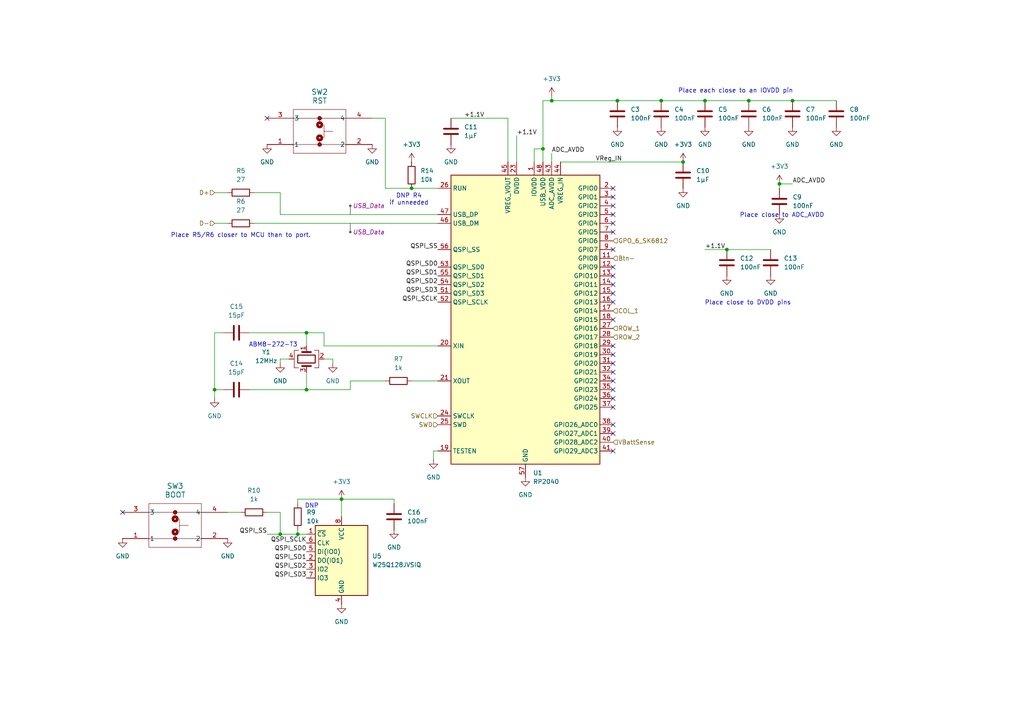
<source format=kicad_sch>
(kicad_sch (version 20231120) (generator "eeschema") (generator_version "8.0")
  (paper "A4")
  (lib_symbols
    (symbol "Device:C" (pin_numbers hide) (pin_names (offset 0.254))
      (property "Reference" "C" (at 0.635 2.54 0))
      (property "Value" "C" (at 0.635 -2.54 0))
      (symbol "C_0_1"
        (polyline (pts (xy -2.032 -0.762) (xy 2.032 -0.762)) (stroke (width 0.508)))
        (polyline (pts (xy -2.032 0.762) (xy 2.032 0.762)) (stroke (width 0.508)))
      )
      (symbol "C_1_1"
        (pin passive line (at 0 3.81 270) (length 2.794) (name "~") (number "1"))
        (pin passive line (at 0 -3.81 90) (length 2.794) (name "~") (number "2"))
      )
    )
    (symbol "Device:Crystal_GND24" (pin_names (offset 1.016) hide)
      (property "Reference" "Y" (at 3.175 5.08 0))
      (property "Value" "Crystal_GND24" (at 3.175 3.175 0))
      (symbol "Crystal_GND24_0_1"
        (rectangle (start -1.143 2.54) (end 1.143 -2.54) (stroke (width 0.3048)))
        (polyline (pts (xy -2.54 0) (xy -2.032 0)))
        (polyline (pts (xy -2.032 -1.27) (xy -2.032 1.27)) (stroke (width 0.508)))
        (polyline (pts (xy 0 -3.81) (xy 0 -3.556)))
        (polyline (pts (xy 0 3.556) (xy 0 3.81)))
        (polyline (pts (xy 2.032 -1.27) (xy 2.032 1.27)) (stroke (width 0.508)))
        (polyline (pts (xy 2.032 0) (xy 2.54 0)))
        (polyline (pts (xy -2.54 -2.286) (xy -2.54 -3.556) (xy 2.54 -3.556) (xy 2.54 -2.286)))
        (polyline (pts (xy -2.54 2.286) (xy -2.54 3.556) (xy 2.54 3.556) (xy 2.54 2.286)))
      )
      (symbol "Crystal_GND24_1_1"
        (pin passive line (at -3.81 0 0) (length 1.27) (name "1") (number "1"))
        (pin passive line (at 0 5.08 270) (length 1.27) (name "2") (number "2"))
        (pin passive line (at 3.81 0 180) (length 1.27) (name "3") (number "3"))
        (pin passive line (at 0 -5.08 90) (length 1.27) (name "4") (number "4"))
      )
    )
    (symbol "Device:R" (pin_numbers hide) (pin_names (offset 0))
      (property "Reference" "R" (at 2.032 0 90))
      (property "Value" "R" (at 0 0 90))
      (symbol "R_0_1"
        (rectangle (start -1.016 -2.54) (end 1.016 2.54) (stroke (width 0.254)))
      )
      (symbol "R_1_1"
        (pin passive line (at 0 3.81 270) (length 1.27) (name "~") (number "1"))
        (pin passive line (at 0 -3.81 90) (length 1.27) (name "~") (number "2"))
      )
    )
    (symbol "Extra:TL3342F160QG" (pin_names (offset 0.254))
      (property "Reference" "SW" (at 15.24 7.62 0))
      (property "Value" "TL3342F160QG" (at 20.32 5.08 0))
      (symbol "TL3342F160QG_0_1"
        (polyline (pts (xy 7.62 -10.16) (xy 22.86 -10.16)) (stroke (width 0.127)))
        (polyline (pts (xy 7.62 -7.62) (xy 22.86 -7.62)) (stroke (width 0.127)))
        (polyline (pts (xy 7.62 0) (xy 22.86 0)) (stroke (width 0.127)))
        (polyline (pts (xy 7.62 2.54) (xy 7.62 -10.16)) (stroke (width 0.127)))
        (polyline (pts (xy 15.24 -7.62) (xy 15.24 -5.715)) (stroke (width 0.127)))
        (polyline (pts (xy 15.24 0) (xy 15.24 -1.905)) (stroke (width 0.127)))
        (polyline (pts (xy 16.51 -3.81) (xy 19.05 -3.81)) (stroke (width 0.127)))
        (polyline (pts (xy 16.51 -1.905) (xy 16.51 -5.715)) (stroke (width 0.127)))
        (polyline (pts (xy 22.86 -10.16) (xy 22.86 2.54)) (stroke (width 0.127)))
        (polyline (pts (xy 22.86 2.54) (xy 7.62 2.54)) (stroke (width 0.127)))
        (circle (center 15.24 -7.62) (radius 0.127) (stroke (width 0.508)))
        (circle (center 15.24 -5.715) (radius 0.254) (stroke (width 0.762)))
        (circle (center 15.24 -1.905) (radius 0.254) (stroke (width 0.762)))
        (circle (center 15.24 0) (radius 0.127) (stroke (width 0.508)))
        (pin unspecified line (at 0 -7.62 0) (length 7.62) (name "1") (number "1"))
        (pin unspecified line (at 30.48 -7.62 180) (length 7.62) (name "2") (number "2"))
        (pin unspecified line (at 0 0 0) (length 7.62) (name "3") (number "3"))
        (pin unspecified line (at 30.48 0 180) (length 7.62) (name "4") (number "4"))
      )
    )
    (symbol "MCU_RaspberryPi:RP2040"
      (property "Reference" "U" (at 17.78 45.72 0))
      (property "Value" "RP2040" (at 17.78 43.18 0))
      (symbol "RP2040_0_1"
        (rectangle (start -21.59 41.91) (end 21.59 -41.91) (stroke (width 0.254)) (fill (type background)))
      )
      (symbol "RP2040_1_1"
        (pin power_in line (at 2.54 45.72 270) (length 3.81) (name "IOVDD") (number "1"))
        (pin passive line (at 2.54 45.72 270) (length 3.81) hide (name "IOVDD") (number "10"))
        (pin bidirectional line (at 25.4 17.78 180) (length 3.81) (name "GPIO8") (number "11"))
        (pin bidirectional line (at 25.4 15.24 180) (length 3.81) (name "GPIO9") (number "12"))
        (pin bidirectional line (at 25.4 12.7 180) (length 3.81) (name "GPIO10") (number "13"))
        (pin bidirectional line (at 25.4 10.16 180) (length 3.81) (name "GPIO11") (number "14"))
        (pin bidirectional line (at 25.4 7.62 180) (length 3.81) (name "GPIO12") (number "15"))
        (pin bidirectional line (at 25.4 5.08 180) (length 3.81) (name "GPIO13") (number "16"))
        (pin bidirectional line (at 25.4 2.54 180) (length 3.81) (name "GPIO14") (number "17"))
        (pin bidirectional line (at 25.4 0 180) (length 3.81) (name "GPIO15") (number "18"))
        (pin input line (at -25.4 -38.1 0) (length 3.81) (name "TESTEN") (number "19"))
        (pin bidirectional line (at 25.4 38.1 180) (length 3.81) (name "GPIO0") (number "2"))
        (pin input line (at -25.4 -7.62 0) (length 3.81) (name "XIN") (number "20"))
        (pin passive line (at -25.4 -17.78 0) (length 3.81) (name "XOUT") (number "21"))
        (pin passive line (at 2.54 45.72 270) (length 3.81) hide (name "IOVDD") (number "22"))
        (pin power_in line (at -2.54 45.72 270) (length 3.81) (name "DVDD") (number "23"))
        (pin input line (at -25.4 -27.94 0) (length 3.81) (name "SWCLK") (number "24"))
        (pin bidirectional line (at -25.4 -30.48 0) (length 3.81) (name "SWD") (number "25"))
        (pin input line (at -25.4 38.1 0) (length 3.81) (name "RUN") (number "26"))
        (pin bidirectional line (at 25.4 -2.54 180) (length 3.81) (name "GPIO16") (number "27"))
        (pin bidirectional line (at 25.4 -5.08 180) (length 3.81) (name "GPIO17") (number "28"))
        (pin bidirectional line (at 25.4 -7.62 180) (length 3.81) (name "GPIO18") (number "29"))
        (pin bidirectional line (at 25.4 35.56 180) (length 3.81) (name "GPIO1") (number "3"))
        (pin bidirectional line (at 25.4 -10.16 180) (length 3.81) (name "GPIO19") (number "30"))
        (pin bidirectional line (at 25.4 -12.7 180) (length 3.81) (name "GPIO20") (number "31"))
        (pin bidirectional line (at 25.4 -15.24 180) (length 3.81) (name "GPIO21") (number "32"))
        (pin passive line (at 2.54 45.72 270) (length 3.81) hide (name "IOVDD") (number "33"))
        (pin bidirectional line (at 25.4 -17.78 180) (length 3.81) (name "GPIO22") (number "34"))
        (pin bidirectional line (at 25.4 -20.32 180) (length 3.81) (name "GPIO23") (number "35"))
        (pin bidirectional line (at 25.4 -22.86 180) (length 3.81) (name "GPIO24") (number "36"))
        (pin bidirectional line (at 25.4 -25.4 180) (length 3.81) (name "GPIO25") (number "37"))
        (pin bidirectional line (at 25.4 -30.48 180) (length 3.81) (name "GPIO26_ADC0") (number "38"))
        (pin bidirectional line (at 25.4 -33.02 180) (length 3.81) (name "GPIO27_ADC1") (number "39"))
        (pin bidirectional line (at 25.4 33.02 180) (length 3.81) (name "GPIO2") (number "4"))
        (pin bidirectional line (at 25.4 -35.56 180) (length 3.81) (name "GPIO28_ADC2") (number "40"))
        (pin bidirectional line (at 25.4 -38.1 180) (length 3.81) (name "GPIO29_ADC3") (number "41"))
        (pin passive line (at 2.54 45.72 270) (length 3.81) hide (name "IOVDD") (number "42"))
        (pin power_in line (at 7.62 45.72 270) (length 3.81) (name "ADC_AVDD") (number "43"))
        (pin power_in line (at 10.16 45.72 270) (length 3.81) (name "VREG_IN") (number "44"))
        (pin power_out line (at -5.08 45.72 270) (length 3.81) (name "VREG_VOUT") (number "45"))
        (pin bidirectional line (at -25.4 27.94 0) (length 3.81) (name "USB_DM") (number "46"))
        (pin bidirectional line (at -25.4 30.48 0) (length 3.81) (name "USB_DP") (number "47"))
        (pin power_in line (at 5.08 45.72 270) (length 3.81) (name "USB_VDD") (number "48"))
        (pin passive line (at 2.54 45.72 270) (length 3.81) hide (name "IOVDD") (number "49"))
        (pin bidirectional line (at 25.4 30.48 180) (length 3.81) (name "GPIO3") (number "5"))
        (pin passive line (at -2.54 45.72 270) (length 3.81) hide (name "DVDD") (number "50"))
        (pin bidirectional line (at -25.4 7.62 0) (length 3.81) (name "QSPI_SD3") (number "51"))
        (pin output line (at -25.4 5.08 0) (length 3.81) (name "QSPI_SCLK") (number "52"))
        (pin bidirectional line (at -25.4 15.24 0) (length 3.81) (name "QSPI_SD0") (number "53"))
        (pin bidirectional line (at -25.4 10.16 0) (length 3.81) (name "QSPI_SD2") (number "54"))
        (pin bidirectional line (at -25.4 12.7 0) (length 3.81) (name "QSPI_SD1") (number "55"))
        (pin bidirectional line (at -25.4 20.32 0) (length 3.81) (name "QSPI_SS") (number "56"))
        (pin power_in line (at 0 -45.72 90) (length 3.81) (name "GND") (number "57"))
        (pin bidirectional line (at 25.4 27.94 180) (length 3.81) (name "GPIO4") (number "6"))
        (pin bidirectional line (at 25.4 25.4 180) (length 3.81) (name "GPIO5") (number "7"))
        (pin bidirectional line (at 25.4 22.86 180) (length 3.81) (name "GPIO6") (number "8"))
        (pin bidirectional line (at 25.4 20.32 180) (length 3.81) (name "GPIO7") (number "9"))
      )
    )
    (symbol "Memory_Flash:W25Q128JVS"
      (property "Reference" "U" (at -6.35 11.43 0))
      (property "Value" "W25Q128JVS" (at 7.62 11.43 0))
      (symbol "W25Q128JVS_0_1"
        (rectangle (start -7.62 10.16) (end 7.62 -10.16) (stroke (width 0.254)) (fill (type background)))
      )
      (symbol "W25Q128JVS_1_1"
        (pin input line (at -10.16 7.62 0) (length 2.54) (name "~{CS}") (number "1"))
        (pin bidirectional line (at -10.16 0 0) (length 2.54) (name "DO(IO1)") (number "2"))
        (pin bidirectional line (at -10.16 -2.54 0) (length 2.54) (name "IO2") (number "3"))
        (pin power_in line (at 0 -12.7 90) (length 2.54) (name "GND") (number "4"))
        (pin bidirectional line (at -10.16 2.54 0) (length 2.54) (name "DI(IO0)") (number "5"))
        (pin input line (at -10.16 5.08 0) (length 2.54) (name "CLK") (number "6"))
        (pin bidirectional line (at -10.16 -5.08 0) (length 2.54) (name "IO3") (number "7"))
        (pin power_in line (at 0 12.7 270) (length 2.54) (name "VCC") (number "8"))
      )
    )
    (symbol "power:+3V3" (power) (pin_numbers hide) (pin_names (offset 0) hide)
      (property "Value" "+3V3" (at 0 3.556 0))
      (symbol "+3V3_0_1"
        (polyline (pts (xy -0.762 1.27) (xy 0 2.54)))
        (polyline (pts (xy 0 0) (xy 0 2.54)))
        (polyline (pts (xy 0 2.54) (xy 0.762 1.27)))
      )
      (symbol "+3V3_1_1"
        (pin power_in line (at 0 0 90) (length 0) (name "~") (number "1"))
      )
    )
    (symbol "power:GND" (power) (pin_numbers hide) (pin_names (offset 0) hide)
      (property "Value" "GND" (at 0 -3.81 0))
      (symbol "GND_0_1"
        (polyline (pts (xy 0 0) (xy 0 -1.27) (xy 1.27 -1.27) (xy 0 -2.54) (xy -1.27 -1.27) (xy 0 -1.27)))
      )
      (symbol "GND_1_1"
        (pin power_in line (at 0 0 270) (length 0) (name "~") (number "1"))
      )
    )
  )
  (junction (at 210.82 72.39))
  (junction (at 229.87 29.21))
  (junction (at 81.28 154.94))
  (junction (at 86.36 154.94))
  (junction (at 160.02 29.21))
  (junction (at 62.23 113.03))
  (junction (at 99.06 144.78))
  (junction (at 198.12 46.99))
  (junction (at 226.06 53.34))
  (junction (at 191.77 29.21))
  (junction (at 88.9 96.52))
  (junction (at 157.48 43.18))
  (junction (at 179.07 29.21))
  (junction (at 217.17 29.21))
  (junction (at 88.9 113.03))
  (junction (at 119.38 54.61))
  (junction (at 204.47 29.21))
  (no_connect (at 177.8 92.71))
  (no_connect (at 177.8 115.57))
  (no_connect (at 177.8 102.87))
  (no_connect (at 177.8 100.33))
  (no_connect (at 177.8 82.55))
  (no_connect (at 177.8 80.01))
  (no_connect (at 177.8 72.39))
  (no_connect (at 177.8 57.15))
  (no_connect (at 177.8 87.63))
  (no_connect (at 35.56 148.59))
  (no_connect (at 77.47 34.29))
  (no_connect (at 177.8 77.47))
  (no_connect (at 177.8 125.73))
  (no_connect (at 177.8 113.03))
  (no_connect (at 177.8 85.09))
  (no_connect (at 177.8 130.81))
  (no_connect (at 177.8 118.11))
  (no_connect (at 177.8 59.69))
  (no_connect (at 177.8 105.41))
  (no_connect (at 177.8 123.19))
  (no_connect (at 177.8 64.77))
  (no_connect (at 177.8 67.31))
  (no_connect (at 177.8 110.49))
  (no_connect (at 177.8 62.23))
  (no_connect (at 177.8 107.95))
  (no_connect (at 177.8 54.61))
  (wire (pts (xy 111.76 54.61) (xy 119.38 54.61)))
  (wire (pts (xy 99.06 144.78) (xy 114.3 144.78)))
  (wire (pts (xy 96.52 105.41) (xy 96.52 104.14)))
  (wire (pts (xy 88.9 113.03) (xy 72.39 113.03)))
  (wire (pts (xy 157.48 29.21) (xy 160.02 29.21)))
  (wire (pts (xy 101.6 113.03) (xy 88.9 113.03)))
  (wire (pts (xy 226.06 53.34) (xy 226.06 54.61)))
  (wire (pts (xy 86.36 153.67) (xy 86.36 154.94)))
  (wire (pts (xy 101.6 110.49) (xy 101.6 113.03)))
  (wire (pts (xy 62.23 96.52) (xy 62.23 113.03)))
  (wire (pts (xy 125.73 130.81) (xy 125.73 133.35)))
  (wire (pts (xy 147.32 34.29) (xy 130.81 34.29)))
  (wire (pts (xy 147.32 46.99) (xy 147.32 34.29)))
  (wire (pts (xy 229.87 29.21) (xy 242.57 29.21)))
  (wire (pts (xy 64.77 96.52) (xy 62.23 96.52)))
  (wire (pts (xy 66.04 148.59) (xy 69.85 148.59)))
  (wire (pts (xy 73.66 64.77) (xy 127 64.77)))
  (wire (pts (xy 88.9 107.95) (xy 88.9 113.03)))
  (wire (pts (xy 157.48 29.21) (xy 157.48 43.18)))
  (wire (pts (xy 62.23 115.57) (xy 62.23 113.03)))
  (wire (pts (xy 81.28 55.88) (xy 73.66 55.88)))
  (wire (pts (xy 191.77 29.21) (xy 204.47 29.21)))
  (wire (pts (xy 81.28 104.14) (xy 81.28 105.41)))
  (wire (pts (xy 160.02 27.94) (xy 160.02 29.21)))
  (wire (pts (xy 62.23 113.03) (xy 64.77 113.03)))
  (wire (pts (xy 93.98 96.52) (xy 88.9 96.52)))
  (wire (pts (xy 204.47 29.21) (xy 217.17 29.21)))
  (wire (pts (xy 62.23 64.77) (xy 66.04 64.77)))
  (wire (pts (xy 162.56 46.99) (xy 198.12 46.99)))
  (wire (pts (xy 96.52 104.14) (xy 93.98 104.14)))
  (wire (pts (xy 99.06 144.78) (xy 99.06 149.86)))
  (wire (pts (xy 77.47 148.59) (xy 81.28 148.59)))
  (wire (pts (xy 72.39 96.52) (xy 88.9 96.52)))
  (wire (pts (xy 111.76 34.29) (xy 107.95 34.29)))
  (wire (pts (xy 154.94 43.18) (xy 154.94 46.99)))
  (wire (pts (xy 229.87 53.34) (xy 226.06 53.34)))
  (wire (pts (xy 127 130.81) (xy 125.73 130.81)))
  (wire (pts (xy 157.48 43.18) (xy 154.94 43.18)))
  (wire (pts (xy 157.48 43.18) (xy 157.48 46.99)))
  (wire (pts (xy 119.38 110.49) (xy 127 110.49)))
  (wire (pts (xy 119.38 54.61) (xy 127 54.61)))
  (wire (pts (xy 86.36 144.78) (xy 99.06 144.78)))
  (wire (pts (xy 210.82 72.39) (xy 223.52 72.39)))
  (wire (pts (xy 217.17 29.21) (xy 229.87 29.21)))
  (wire (pts (xy 149.86 39.37) (xy 149.86 46.99)))
  (wire (pts (xy 127 100.33) (xy 93.98 100.33)))
  (wire (pts (xy 81.28 62.23) (xy 127 62.23)))
  (wire (pts (xy 93.98 100.33) (xy 93.98 96.52)))
  (wire (pts (xy 81.28 154.94) (xy 86.36 154.94)))
  (wire (pts (xy 160.02 44.45) (xy 160.02 46.99)))
  (wire (pts (xy 114.3 144.78) (xy 114.3 146.05)))
  (wire (pts (xy 88.9 96.52) (xy 88.9 100.33)))
  (wire (pts (xy 81.28 148.59) (xy 81.28 154.94)))
  (wire (pts (xy 83.82 104.14) (xy 81.28 104.14)))
  (wire (pts (xy 101.6 110.49) (xy 111.76 110.49)))
  (wire (pts (xy 62.23 55.88) (xy 66.04 55.88)))
  (wire (pts (xy 86.36 154.94) (xy 88.9 154.94)))
  (wire (pts (xy 111.76 54.61) (xy 111.76 34.29)))
  (wire (pts (xy 160.02 29.21) (xy 179.07 29.21)))
  (wire (pts (xy 179.07 29.21) (xy 191.77 29.21)))
  (wire (pts (xy 77.47 154.94) (xy 81.28 154.94)))
  (wire (pts (xy 204.47 72.39) (xy 210.82 72.39)))
  (wire (pts (xy 81.28 62.23) (xy 81.28 55.88)))
  (wire (pts (xy 86.36 144.78) (xy 86.36 146.05)))
  (text "Place R5/R6 closer to MCU than to port." (at 69.85 68.326 0) (effects (font (size 1.27 1.27))))
  (text "Place close to ADC_AVDD" (at 226.822 62.484 0) (effects (font (size 1.27 1.27))))
  (text "DNP R4\nif unneeded" (at 118.618 57.912 0) (effects (font (size 1.27 1.27))))
  (text "ABM8-272-T3" (at 79.248 100.076 0) (effects (font (size 1.27 1.27))))
  (text "DNP" (at 90.424 146.812 0) (effects (font (size 1.27 1.27))))
  (text "Place each close to an IOVDD pin" (at 213.36 26.416 0) (effects (font (size 1.27 1.27))))
  (text "Place close to DVDD pins" (at 216.916 87.884 0) (effects (font (size 1.27 1.27))))
  (label "QSPI_SCLK" (at 127 87.63 180))
  (label "QSPI_SD3" (at 88.9 167.64 180))
  (label "QSPI_SCLK" (at 88.9 157.48 180))
  (label "QSPI_SD2" (at 127 82.55 180))
  (label "QSPI_SS" (at 127 72.39 180))
  (label "+1.1V" (at 204.47 72.39 0))
  (label "QSPI_SD2" (at 88.9 165.1 180))
  (label "ADC_AVDD" (at 229.87 53.34 0))
  (label "QSPI_SD1" (at 127 80.01 180))
  (label "QSPI_SS" (at 77.47 154.94 180))
  (label "QSPI_SD1" (at 88.9 162.56 180))
  (label "ADC_AVDD" (at 160.02 44.45 0))
  (label "VReg_IN" (at 172.72 46.99 0))
  (label "QSPI_SD0" (at 127 77.47 180))
  (label "+1.1V" (at 134.62 34.29 0))
  (label "QSPI_SD0" (at 88.9 160.02 180))
  (label "QSPI_SD3" (at 127 85.09 180))
  (label "+1.1V" (at 149.86 39.37 0))
  (hierarchical_label "VBattSense" (shape input) (at 177.8 128.27 0))
  (hierarchical_label "SWCLK" (shape input) (at 127 120.65 180))
  (hierarchical_label "ROW_1" (shape input) (at 177.8 95.25 0))
  (hierarchical_label "COL_1" (shape input) (at 177.8 90.17 0))
  (hierarchical_label "D-" (shape input) (at 62.23 64.77 180))
  (hierarchical_label "D+" (shape input) (at 62.23 55.88 180))
  (hierarchical_label "ROW_2" (shape input) (at 177.8 97.79 0))
  (hierarchical_label "SWD" (shape input) (at 127 123.19 180))
  (hierarchical_label "Btn-" (shape input) (at 177.8 74.93 0))
  (hierarchical_label "GPO_6_SK6812" (shape input) (at 177.8 69.85 0))
  (netclass_flag "" (length 2.54) (shape dot) (at 101.6 62.23 0) (property "Netclass" "USB_Data" (at 102.2985 59.69 0) (effects (font (italic yes)) (justify left))))
  (netclass_flag "" (length 2.54) (shape dot) (at 101.6 64.77 180) (property "Netclass" "USB_Data" (at 102.2985 67.31 0) (effects (font (italic yes)) (justify left))))
  (symbol (lib_id "Device:Crystal_GND24") (at 88.9 104.14 270) (unit 1)
    (property "Reference" "Y1" (at 77.216 102.108 90))
    (property "Value" "12MHz" (at 77.216 104.648 90))
    (property "Footprint" "Extra:ABM8272T3" (effects (hide yes)))
    (property "Description" "Four pin crystal, GND on pins 2 and 4" (effects (hide yes)))
  )
  (symbol (lib_id "Memory_Flash:W25Q128JVS") (at 99.06 162.56 0) (unit 1)
    (property "Reference" "U5" (at 107.95 161.2899 0) (effects (justify left)))
    (property "Value" "W25Q128JVSIQ" (at 107.95 163.8299 0) (effects (justify left)))
    (property "Footprint" "Package_SO:SOIC-8_5.23x5.23mm_P1.27mm" (effects (hide yes)))
    (property "Datasheet" "https://www.winbond.com/resource-files/w25q128jv_dtr%20revc%2003272018%20plus.pdf" (effects (hide yes)))
    (property "Description" "128Mb Serial Flash Memory, Standard/Dual/Quad SPI, SOIC-8" (effects (hide yes)))
  )
  (symbol (lib_id "power:GND") (at 210.82 80.01 0) (unit 1)
    (property "Reference" "#PWR038" (effects (hide yes)))
    (property "Value" "GND" (at 210.82 85.09 0))
    (property "Description" "Power symbol creates a global label with name \"GND\" , ground" (effects (hide yes)))
  )
  (symbol (lib_id "power:GND") (at 99.06 175.26 0) (unit 1)
    (property "Reference" "#PWR045" (effects (hide yes)))
    (property "Value" "GND" (at 99.06 180.34 0))
    (property "Description" "Power symbol creates a global label with name \"GND\" , ground" (effects (hide yes)))
  )
  (symbol (lib_id "power:GND") (at 81.28 105.41 0) (unit 1)
    (property "Reference" "#PWR041" (effects (hide yes)))
    (property "Value" "GND" (at 81.28 110.49 0))
    (property "Description" "Power symbol creates a global label with name \"GND\" , ground" (effects (hide yes)))
  )
  (symbol (lib_id "Device:C") (at 191.77 33.02 0) (unit 1)
    (property "Reference" "C4" (at 195.58 31.7499 0) (effects (justify left)))
    (property "Value" "100nF" (at 195.58 34.2899 0) (effects (justify left)))
    (property "Footprint" "Capacitor_SMD:C_0603_1608Metric_Pad1.08x0.95mm_HandSolder" (effects (hide yes)))
    (property "Description" "Unpolarized capacitor" (effects (hide yes)))
  )
  (symbol (lib_id "power:GND") (at 96.52 105.41 0) (unit 1)
    (property "Reference" "#PWR040" (effects (hide yes)))
    (property "Value" "GND" (at 96.52 110.49 0))
    (property "Description" "Power symbol creates a global label with name \"GND\" , ground" (effects (hide yes)))
  )
  (symbol (lib_id "power:+3V3") (at 198.12 46.99 0) (unit 1)
    (property "Reference" "#PWR035" (effects (hide yes)))
    (property "Value" "+3V3" (at 198.12 41.91 0))
    (property "Description" "Power symbol creates a global label with name \"+3V3\"" (effects (hide yes)))
  )
  (symbol (lib_id "Device:C") (at 226.06 58.42 0) (unit 1)
    (property "Reference" "C9" (at 229.87 57.1499 0) (effects (justify left)))
    (property "Value" "100nF" (at 229.87 59.6899 0) (effects (justify left)))
    (property "Footprint" "Capacitor_SMD:C_0603_1608Metric_Pad1.08x0.95mm_HandSolder" (effects (hide yes)))
    (property "Description" "Unpolarized capacitor" (effects (hide yes)))
  )
  (symbol (lib_id "Device:R") (at 119.38 50.8 0) (unit 1)
    (property "Reference" "R14" (at 121.92 49.5299 0) (effects (justify left)))
    (property "Value" "10k" (at 121.92 52.0699 0) (effects (justify left)))
    (property "Footprint" "Resistor_SMD:R_0805_2012Metric_Pad1.20x1.40mm_HandSolder" (effects (hide yes)))
    (property "Description" "Resistor" (effects (hide yes)))
  )
  (symbol (lib_id "MCU_RaspberryPi:RP2040") (at 152.4 92.71 0) (unit 1)
    (property "Reference" "U1" (at 154.5941 137.16 0) (effects (justify left)))
    (property "Value" "RP2040" (at 154.5941 139.7 0) (effects (justify left)))
    (property "Footprint" "Package_DFN_QFN:QFN-56-1EP_7x7mm_P0.4mm_EP3.2x3.2mm" (effects (hide yes)))
    (property "Datasheet" "https://datasheets.raspberrypi.com/rp2040/rp2040-datasheet.pdf" (effects (hide yes)))
    (property "Description" "A microcontroller by Raspberry Pi" (effects (hide yes)))
  )
  (symbol (lib_id "Device:R") (at 69.85 55.88 270) (unit 1)
    (property "Reference" "R5" (at 69.85 49.53 90))
    (property "Value" "27" (at 69.85 52.07 90))
    (property "Footprint" "Resistor_SMD:R_0603_1608Metric_Pad0.98x0.95mm_HandSolder" (effects (hide yes)))
    (property "Description" "Resistor" (effects (hide yes)))
  )
  (symbol (lib_id "power:GND") (at 62.23 115.57 0) (unit 1)
    (property "Reference" "#PWR042" (effects (hide yes)))
    (property "Value" "GND" (at 62.23 120.65 0))
    (property "Description" "Power symbol creates a global label with name \"GND\" , ground" (effects (hide yes)))
  )
  (symbol (lib_id "power:GND") (at 223.52 80.01 0) (unit 1)
    (property "Reference" "#PWR039" (effects (hide yes)))
    (property "Value" "GND" (at 223.52 85.09 0))
    (property "Description" "Power symbol creates a global label with name \"GND\" , ground" (effects (hide yes)))
  )
  (symbol (lib_id "power:+3V3") (at 160.02 27.94 0) (unit 1)
    (property "Reference" "#PWR020" (effects (hide yes)))
    (property "Value" "+3V3" (at 160.02 22.86 0))
    (property "Description" "Power symbol creates a global label with name \"+3V3\"" (effects (hide yes)))
  )
  (symbol (lib_id "power:GND") (at 77.47 41.91 0) (unit 1)
    (property "Reference" "#PWR018" (effects (hide yes)))
    (property "Value" "GND" (at 77.47 46.99 0))
    (property "Description" "Power symbol creates a global label with name \"GND\" , ground" (effects (hide yes)))
  )
  (symbol (lib_id "Device:C") (at 198.12 50.8 0) (unit 1)
    (property "Reference" "C10" (at 201.93 49.5299 0) (effects (justify left)))
    (property "Value" "1μF" (at 201.93 52.0699 0) (effects (justify left)))
    (property "Footprint" "Capacitor_SMD:C_0603_1608Metric_Pad1.08x0.95mm_HandSolder" (effects (hide yes)))
    (property "Description" "Unpolarized capacitor" (effects (hide yes)))
  )
  (symbol (lib_id "power:GND") (at 179.07 36.83 0) (unit 1)
    (property "Reference" "#PWR033" (effects (hide yes)))
    (property "Value" "GND" (at 179.07 41.91 0))
    (property "Description" "Power symbol creates a global label with name \"GND\" , ground" (effects (hide yes)))
  )
  (symbol (lib_id "Device:C") (at 210.82 76.2 0) (unit 1)
    (property "Reference" "C12" (at 214.63 74.9299 0) (effects (justify left)))
    (property "Value" "100nF" (at 214.63 77.4699 0) (effects (justify left)))
    (property "Footprint" "Capacitor_SMD:C_0603_1608Metric_Pad1.08x0.95mm_HandSolder" (effects (hide yes)))
    (property "Description" "Unpolarized capacitor" (effects (hide yes)))
  )
  (symbol (lib_id "power:GND") (at 226.06 62.23 0) (unit 1)
    (property "Reference" "#PWR027" (effects (hide yes)))
    (property "Value" "GND" (at 226.06 67.31 0))
    (property "Description" "Power symbol creates a global label with name \"GND\" , ground" (effects (hide yes)))
  )
  (symbol (lib_id "Extra:TL3342F160QG") (at 77.47 34.29 0) (unit 1)
    (property "Reference" "SW2" (at 92.71 26.67 0) (effects (font (size 1.524 1.524))))
    (property "Value" "RST" (at 92.71 29.21 0) (effects (font (size 1.524 1.524))))
    (property "Footprint" "Extra:TL3342_EWI" (effects (hide yes)))
    (property "Datasheet" "TL3342F160QG" (effects (hide yes)))
  )
  (symbol (lib_id "power:GND") (at 66.04 156.21 0) (unit 1)
    (property "Reference" "#PWR010" (effects (hide yes)))
    (property "Value" "GND" (at 66.04 161.29 0))
    (property "Description" "Power symbol creates a global label with name \"GND\" , ground" (effects (hide yes)))
  )
  (symbol (lib_id "Device:C") (at 229.87 33.02 0) (unit 1)
    (property "Reference" "C7" (at 233.68 31.7499 0) (effects (justify left)))
    (property "Value" "100nF" (at 233.68 34.2899 0) (effects (justify left)))
    (property "Footprint" "Capacitor_SMD:C_0603_1608Metric_Pad1.08x0.95mm_HandSolder" (effects (hide yes)))
    (property "Description" "Unpolarized capacitor" (effects (hide yes)))
  )
  (symbol (lib_id "Device:R") (at 69.85 64.77 270) (unit 1)
    (property "Reference" "R6" (at 69.85 58.42 90))
    (property "Value" "27" (at 69.85 60.96 90))
    (property "Footprint" "Resistor_SMD:R_0603_1608Metric_Pad0.98x0.95mm_HandSolder" (effects (hide yes)))
    (property "Description" "Resistor" (effects (hide yes)))
  )
  (symbol (lib_id "power:GND") (at 242.57 36.83 0) (unit 1)
    (property "Reference" "#PWR028" (effects (hide yes)))
    (property "Value" "GND" (at 242.57 41.91 0))
    (property "Description" "Power symbol creates a global label with name \"GND\" , ground" (effects (hide yes)))
  )
  (symbol (lib_id "power:GND") (at 204.47 36.83 0) (unit 1)
    (property "Reference" "#PWR031" (effects (hide yes)))
    (property "Value" "GND" (at 204.47 41.91 0))
    (property "Description" "Power symbol creates a global label with name \"GND\" , ground" (effects (hide yes)))
  )
  (symbol (lib_id "Device:C") (at 130.81 38.1 0) (unit 1)
    (property "Reference" "C11" (at 134.62 36.8299 0) (effects (justify left)))
    (property "Value" "1μF" (at 134.62 39.3699 0) (effects (justify left)))
    (property "Footprint" "Capacitor_SMD:C_0603_1608Metric_Pad1.08x0.95mm_HandSolder" (effects (hide yes)))
    (property "Description" "Unpolarized capacitor" (effects (hide yes)))
  )
  (symbol (lib_id "power:GND") (at 198.12 54.61 0) (unit 1)
    (property "Reference" "#PWR036" (effects (hide yes)))
    (property "Value" "GND" (at 198.12 59.69 0))
    (property "Description" "Power symbol creates a global label with name \"GND\" , ground" (effects (hide yes)))
  )
  (symbol (lib_id "power:+3V3") (at 226.06 53.34 0) (unit 1)
    (property "Reference" "#PWR034" (effects (hide yes)))
    (property "Value" "+3V3" (at 226.06 48.26 0))
    (property "Description" "Power symbol creates a global label with name \"+3V3\"" (effects (hide yes)))
  )
  (symbol (lib_id "Device:C") (at 68.58 96.52 90) (unit 1)
    (property "Reference" "C15" (at 68.58 88.9 90))
    (property "Value" "15pF" (at 68.58 91.44 90))
    (property "Footprint" "Capacitor_SMD:C_0603_1608Metric_Pad1.08x0.95mm_HandSolder" (effects (hide yes)))
    (property "Description" "Unpolarized capacitor" (effects (hide yes)))
  )
  (symbol (lib_id "Device:C") (at 114.3 149.86 0) (unit 1)
    (property "Reference" "C16" (at 118.11 148.5899 0) (effects (justify left)))
    (property "Value" "100nF" (at 118.11 151.1299 0) (effects (justify left)))
    (property "Footprint" "Capacitor_SMD:C_0805_2012Metric_Pad1.18x1.45mm_HandSolder" (effects (hide yes)))
    (property "Description" "Unpolarized capacitor" (effects (hide yes)))
  )
  (symbol (lib_id "power:GND") (at 229.87 36.83 0) (unit 1)
    (property "Reference" "#PWR029" (effects (hide yes)))
    (property "Value" "GND" (at 229.87 41.91 0))
    (property "Description" "Power symbol creates a global label with name \"GND\" , ground" (effects (hide yes)))
  )
  (symbol (lib_id "power:+3V3") (at 99.06 144.78 0) (unit 1)
    (property "Reference" "#PWR043" (effects (hide yes)))
    (property "Value" "+3V3" (at 99.06 139.7 0))
    (property "Description" "Power symbol creates a global label with name \"+3V3\"" (effects (hide yes)))
  )
  (symbol (lib_id "Device:R") (at 73.66 148.59 90) (unit 1)
    (property "Reference" "R10" (at 73.66 142.24 90))
    (property "Value" "1k" (at 73.66 144.78 90))
    (property "Footprint" "Resistor_SMD:R_0805_2012Metric_Pad1.20x1.40mm_HandSolder" (effects (hide yes)))
    (property "Description" "Resistor" (effects (hide yes)))
  )
  (symbol (lib_id "power:GND") (at 35.56 156.21 0) (unit 1)
    (property "Reference" "#PWR046" (effects (hide yes)))
    (property "Value" "GND" (at 35.56 161.29 0))
    (property "Description" "Power symbol creates a global label with name \"GND\" , ground" (effects (hide yes)))
  )
  (symbol (lib_id "Device:C") (at 68.58 113.03 90) (unit 1)
    (property "Reference" "C14" (at 68.58 105.41 90))
    (property "Value" "15pF" (at 68.58 107.95 90))
    (property "Footprint" "Capacitor_SMD:C_0603_1608Metric_Pad1.08x0.95mm_HandSolder" (effects (hide yes)))
    (property "Description" "Unpolarized capacitor" (effects (hide yes)))
  )
  (symbol (lib_id "Device:C") (at 242.57 33.02 0) (unit 1)
    (property "Reference" "C8" (at 246.38 31.7499 0) (effects (justify left)))
    (property "Value" "100nF" (at 246.38 34.2899 0) (effects (justify left)))
    (property "Footprint" "Capacitor_SMD:C_0603_1608Metric_Pad1.08x0.95mm_HandSolder" (effects (hide yes)))
    (property "Description" "Unpolarized capacitor" (effects (hide yes)))
  )
  (symbol (lib_id "Extra:TL3342F160QG") (at 35.56 148.59 0) (unit 1)
    (property "Reference" "SW3" (at 50.8 140.97 0) (effects (font (size 1.524 1.524))))
    (property "Value" "BOOT" (at 50.8 143.51 0) (effects (font (size 1.524 1.524))))
    (property "Footprint" "Extra:TL3342_EWI" (effects (hide yes)))
    (property "Datasheet" "TL3342F160QG" (effects (hide yes)))
    (instances (project "cheapino" (path "" (reference "SW3") (unit 1))) (project "cheapino" (path "" (reference "SW1") (unit 1))))
  )
  (symbol (lib_id "Device:R") (at 86.36 149.86 0) (unit 1)
    (property "Reference" "R9" (at 88.9 148.5899 0) (effects (justify left)))
    (property "Value" "10k" (at 88.9 151.1299 0) (effects (justify left)))
    (property "Footprint" "Resistor_SMD:R_0805_2012Metric_Pad1.20x1.40mm_HandSolder" (effects (hide yes)))
    (property "Description" "Resistor" (effects (hide yes)))
  )
  (symbol (lib_id "power:GND") (at 217.17 36.83 0) (unit 1)
    (property "Reference" "#PWR030" (effects (hide yes)))
    (property "Value" "GND" (at 217.17 41.91 0))
    (property "Description" "Power symbol creates a global label with name \"GND\" , ground" (effects (hide yes)))
  )
  (symbol (lib_id "power:+3V3") (at 119.38 46.99 0) (unit 1)
    (property "Reference" "#PWR019" (effects (hide yes)))
    (property "Value" "+3V3" (at 119.38 41.91 0))
    (property "Description" "Power symbol creates a global label with name \"+3V3\"" (effects (hide yes)))
  )
  (symbol (lib_id "power:GND") (at 125.73 133.35 0) (unit 1)
    (property "Reference" "#PWR047" (effects (hide yes)))
    (property "Value" "GND" (at 125.73 138.43 0))
    (property "Description" "Power symbol creates a global label with name \"GND\" , ground" (effects (hide yes)))
  )
  (symbol (lib_id "Device:C") (at 223.52 76.2 0) (unit 1)
    (property "Reference" "C13" (at 227.33 74.9299 0) (effects (justify left)))
    (property "Value" "100nF" (at 227.33 77.4699 0) (effects (justify left)))
    (property "Footprint" "Capacitor_SMD:C_0603_1608Metric_Pad1.08x0.95mm_HandSolder" (effects (hide yes)))
    (property "Description" "Unpolarized capacitor" (effects (hide yes)))
  )
  (symbol (lib_id "Device:C") (at 179.07 33.02 0) (unit 1)
    (property "Reference" "C3" (at 182.88 31.7499 0) (effects (justify left)))
    (property "Value" "100nF" (at 182.88 34.2899 0) (effects (justify left)))
    (property "Footprint" "Capacitor_SMD:C_0603_1608Metric_Pad1.08x0.95mm_HandSolder" (effects (hide yes)))
    (property "Description" "Unpolarized capacitor" (effects (hide yes)))
  )
  (symbol (lib_id "power:GND") (at 114.3 153.67 0) (unit 1)
    (property "Reference" "#PWR044" (effects (hide yes)))
    (property "Value" "GND" (at 114.3 158.75 0))
    (property "Description" "Power symbol creates a global label with name \"GND\" , ground" (effects (hide yes)))
  )
  (symbol (lib_id "power:GND") (at 191.77 36.83 0) (unit 1)
    (property "Reference" "#PWR032" (effects (hide yes)))
    (property "Value" "GND" (at 191.77 41.91 0))
    (property "Description" "Power symbol creates a global label with name \"GND\" , ground" (effects (hide yes)))
  )
  (symbol (lib_id "power:GND") (at 130.81 41.91 0) (unit 1)
    (property "Reference" "#PWR037" (effects (hide yes)))
    (property "Value" "GND" (at 130.81 46.99 0))
    (property "Description" "Power symbol creates a global label with name \"GND\" , ground" (effects (hide yes)))
  )
  (symbol (lib_id "Device:R") (at 115.57 110.49 90) (unit 1)
    (property "Reference" "R7" (at 115.57 104.14 90))
    (property "Value" "1k" (at 115.57 106.68 90))
    (property "Footprint" "Resistor_SMD:R_0603_1608Metric_Pad0.98x0.95mm_HandSolder" (effects (hide yes)))
    (property "Description" "Resistor" (effects (hide yes)))
  )
  (symbol (lib_id "Device:C") (at 217.17 33.02 0) (unit 1)
    (property "Reference" "C6" (at 220.98 31.7499 0) (effects (justify left)))
    (property "Value" "100nF" (at 220.98 34.2899 0) (effects (justify left)))
    (property "Footprint" "Capacitor_SMD:C_0603_1608Metric_Pad1.08x0.95mm_HandSolder" (effects (hide yes)))
    (property "Description" "Unpolarized capacitor" (effects (hide yes)))
  )
  (symbol (lib_id "power:GND") (at 152.4 138.43 0) (unit 1)
    (property "Reference" "#PWR011" (effects (hide yes)))
    (property "Value" "GND" (at 152.4 143.51 0))
    (property "Description" "Power symbol creates a global label with name \"GND\" , ground" (effects (hide yes)))
  )
  (symbol (lib_id "power:GND") (at 107.95 41.91 0) (unit 1)
    (property "Reference" "#PWR09" (effects (hide yes)))
    (property "Value" "GND" (at 107.95 46.99 0))
    (property "Description" "Power symbol creates a global label with name \"GND\" , ground" (effects (hide yes)))
  )
  (symbol (lib_id "Device:C") (at 204.47 33.02 0) (unit 1)
    (property "Reference" "C5" (at 208.28 31.7499 0) (effects (justify left)))
    (property "Value" "100nF" (at 208.28 34.2899 0) (effects (justify left)))
    (property "Footprint" "Capacitor_SMD:C_0603_1608Metric_Pad1.08x0.95mm_HandSolder" (effects (hide yes)))
    (property "Description" "Unpolarized capacitor" (effects (hide yes)))
  )
)
</source>
